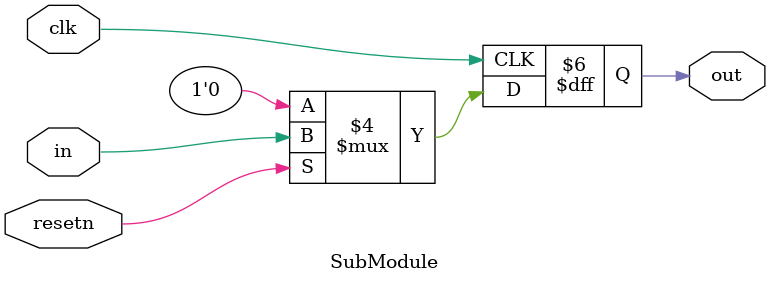
<source format=v>
module top_module (
    input clk,
    input resetn,   // synchronous reset
    input in,
    output out);
    reg [2:0]q;
    SubModule ins0(in, clk, resetn, q[0]);
    SubModule ins1(q[0], clk, resetn, q[1]);
    SubModule ins2(q[1], clk, resetn, q[2]);
    SubModule ins3(q[2], clk, resetn, out);

endmodule

module SubModule(input in, input clk, input resetn, output out);
    always @(posedge clk) begin
        if(!resetn) begin
            out <= 0;
        end
        else begin
            out <= in;
        end
    end
endmodule

</source>
